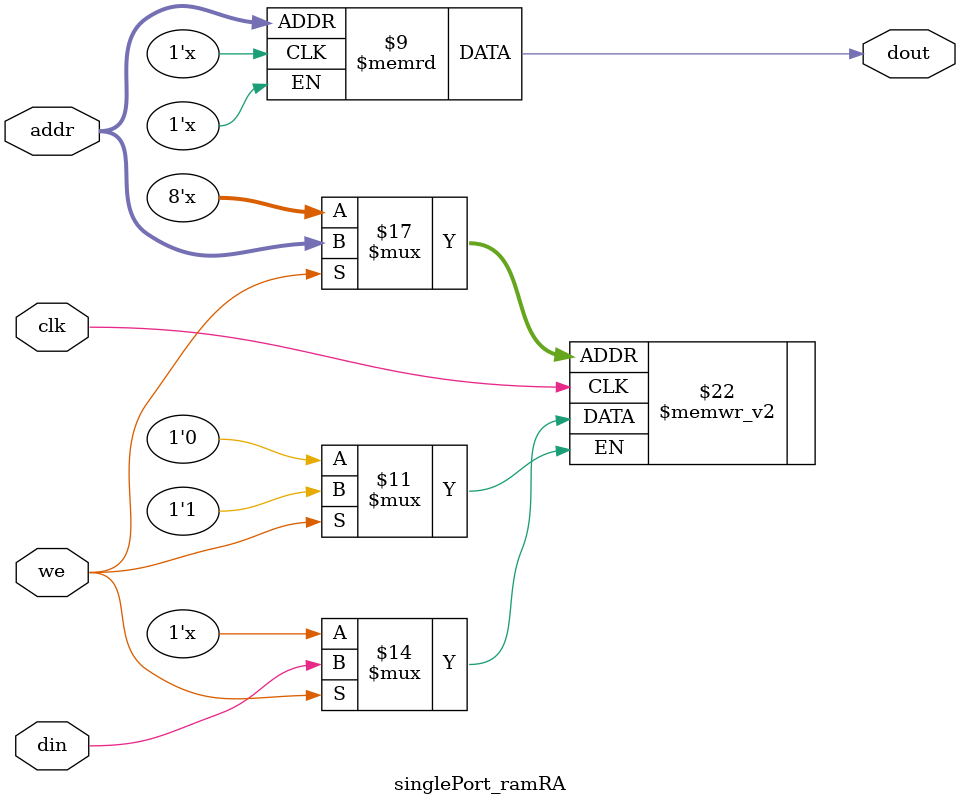
<source format=v>


module singlePort_ramRA #(parameter ADDR_WIDTH = 8, parameter DATA_WIDTH = 1)
(
	input clk, 
	input we,
	input  [ADDR_WIDTH-1:0]  addr, 
	input  [DATA_WIDTH-1:0]   din, 
	output [DATA_WIDTH-1:0]  dout
);

//ram
reg [DATA_WIDTH-1:0] ram [2**ADDR_WIDTH-1:0]; 
 
always @(posedge clk)
	if(we) 
		ram[addr] <= din; 

assign dout = ram[addr]; 

endmodule
</source>
